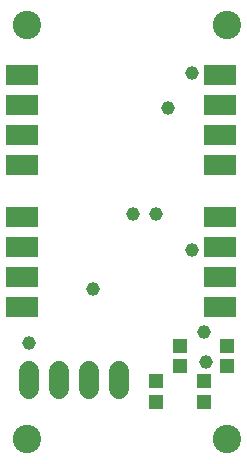
<source format=gts>
G75*
G70*
%OFA0B0*%
%FSLAX24Y24*%
%IPPOS*%
%LPD*%
%AMOC8*
5,1,8,0,0,1.08239X$1,22.5*
%
%ADD10C,0.0946*%
%ADD11R,0.1080X0.0678*%
%ADD12R,0.0474X0.0513*%
%ADD13C,0.0680*%
%ADD14C,0.0456*%
D10*
X009184Y001289D03*
X015877Y001289D03*
X015877Y015069D03*
X009184Y015069D03*
D11*
X009034Y005695D03*
X009034Y006695D03*
X009034Y007695D03*
X009034Y008695D03*
X009034Y010419D03*
X009034Y011419D03*
X009034Y012419D03*
X009034Y013419D03*
X015632Y013419D03*
X015632Y012419D03*
X015632Y011419D03*
X015632Y010419D03*
X015632Y008695D03*
X015632Y007695D03*
X015632Y006695D03*
X015632Y005695D03*
D12*
X015877Y004380D03*
X015877Y003711D03*
X015089Y003199D03*
X015089Y002530D03*
X014302Y003711D03*
X014302Y004380D03*
X013514Y003199D03*
X013514Y002530D03*
D13*
X012258Y002958D02*
X012258Y003558D01*
X011258Y003558D02*
X011258Y002958D01*
X010258Y002958D02*
X010258Y003558D01*
X009258Y003558D02*
X009258Y002958D01*
D14*
X009262Y004478D03*
X011388Y006289D03*
X012727Y008770D03*
X013514Y008770D03*
X014695Y007589D03*
X015089Y004833D03*
X015168Y003849D03*
X013908Y012313D03*
X014695Y013494D03*
M02*

</source>
